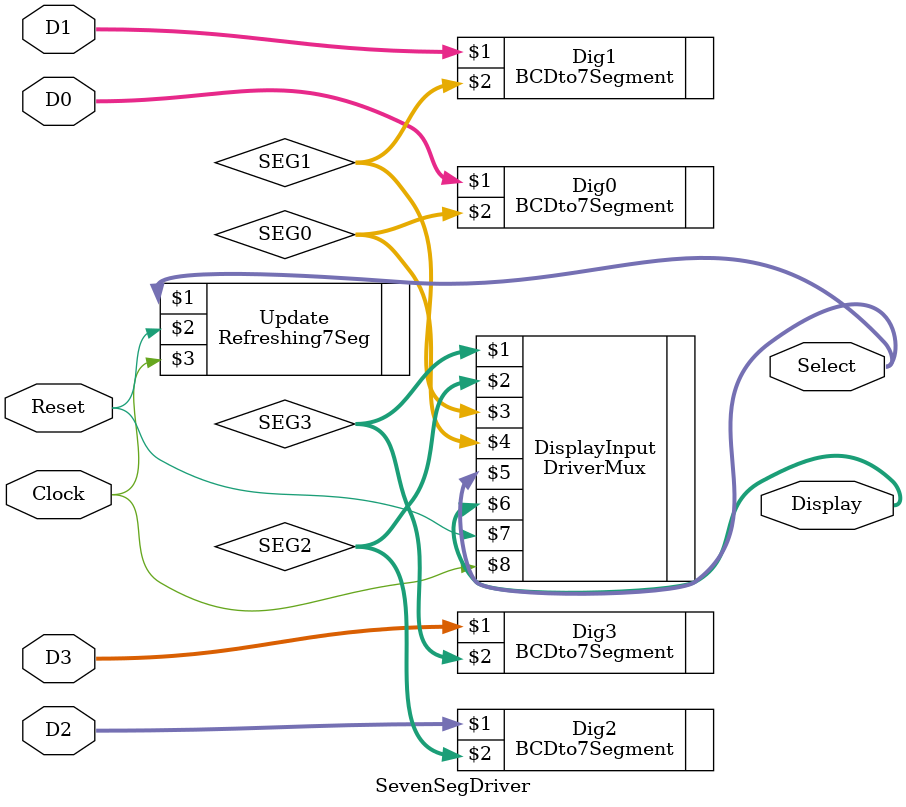
<source format=v>
`timescale 1ns / 1ps

module SevenSegDriver(D3, D2, D1, D0, Display, Reset, Clock, Select) ;
input [3:0] D3, D2, D1, D0;
input Reset, Clock;
output [7:0]	Display;
output [3:0] Select;

wire [7:0] SEG0,SEG1,SEG2,SEG3;

//module BCDto7Segment (BCDnumber,SEGMENTS);
BCDto7Segment Dig0(D0,SEG0);
BCDto7Segment Dig1(D1,SEG1);
BCDto7Segment Dig2(D2,SEG2);
BCDto7Segment Dig3(D3,SEG3);

//module DisplayMux(D3, D2, D1, D0, Select, Display, Reset, Clock) ;
	DriverMux DisplayInput(SEG3, SEG2, SEG1, SEG0, Select, Display, Reset, Clock);

//module Refreshing7Seg(Transistors,Reset, CLOCK) ;
  Refreshing7Seg Update(Select,Reset, Clock);
 
endmodule

</source>
